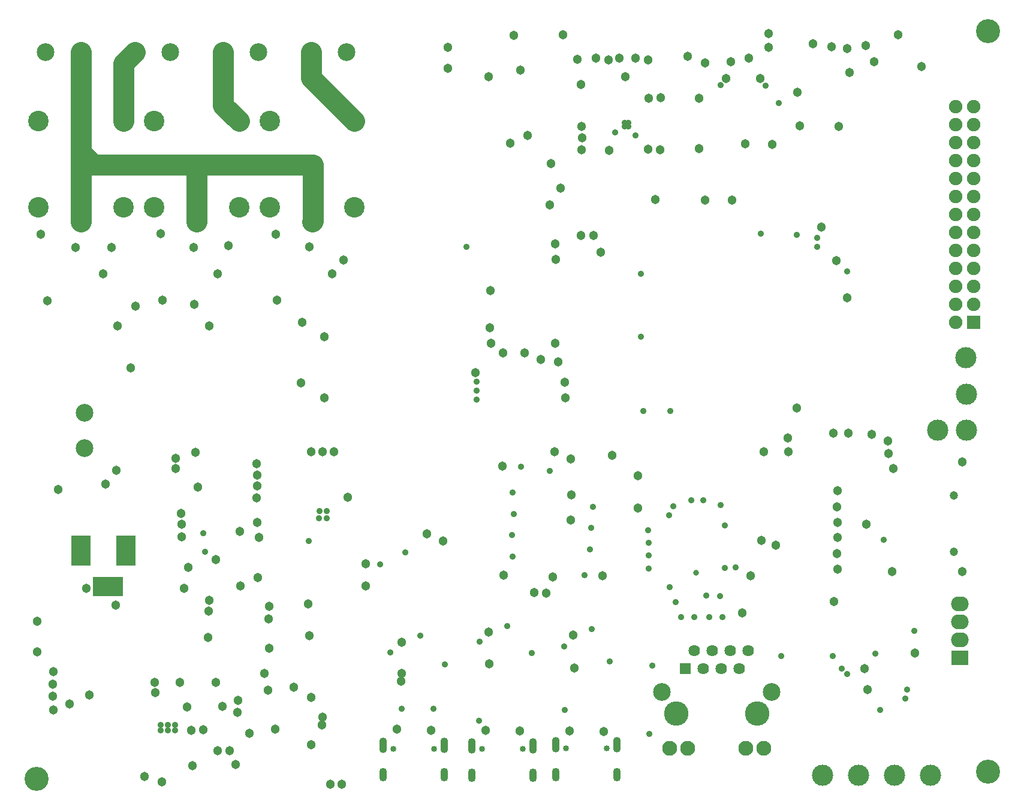
<source format=gbs>
G04*
G04 #@! TF.GenerationSoftware,Altium Limited,Altium Designer,24.10.1 (45)*
G04*
G04 Layer_Color=16711935*
%FSLAX25Y25*%
%MOIN*%
G70*
G04*
G04 #@! TF.SameCoordinates,188A72EA-56D5-4262-AEF0-458277A37510*
G04*
G04*
G04 #@! TF.FilePolarity,Negative*
G04*
G01*
G75*
%ADD135O,0.04331X0.08662*%
%ADD136O,0.04331X0.07480*%
%ADD137C,0.03359*%
%ADD138R,0.10800X0.16800*%
%ADD139R,0.16800X0.10800*%
%ADD140C,0.11800*%
%ADD141C,0.13386*%
%ADD142C,0.09849*%
%ADD143C,0.11400*%
%ADD144R,0.09800X0.08300*%
%ADD145O,0.09800X0.08300*%
%ADD146C,0.07487*%
%ADD147R,0.07487X0.07487*%
%ADD148C,0.04737*%
%ADD149C,0.13595*%
%ADD150C,0.08274*%
%ADD151C,0.06400*%
%ADD152R,0.06400X0.06400*%
%ADD153C,0.09849*%
%ADD154C,0.03556*%
%ADD155C,0.05131*%
%ADD156C,0.03162*%
%ADD157C,0.11824*%
%ADD181C,0.11811*%
D135*
X341833Y33793D02*
D03*
X307818D02*
D03*
X261157Y33403D02*
D03*
X295172D02*
D03*
X211813Y33635D02*
D03*
X245829D02*
D03*
D136*
X341833Y17336D02*
D03*
X307818D02*
D03*
X261157Y16946D02*
D03*
X295172D02*
D03*
X211813Y17177D02*
D03*
X245829D02*
D03*
D137*
X313409Y31825D02*
D03*
X336204D02*
D03*
X289543Y31435D02*
D03*
X266747D02*
D03*
X240199Y31666D02*
D03*
X217404D02*
D03*
D138*
X68666Y141786D02*
D03*
X43666D02*
D03*
D139*
X58666Y121786D02*
D03*
D140*
X535738Y249262D02*
D03*
X536000Y209000D02*
D03*
Y229000D02*
D03*
X456056Y16825D02*
D03*
X516096Y16864D02*
D03*
X496063Y16831D02*
D03*
X476056Y16825D02*
D03*
D141*
X19000Y15000D02*
D03*
X548000Y431000D02*
D03*
Y19000D02*
D03*
D142*
X73586Y419244D02*
D03*
X93271D02*
D03*
X122752D02*
D03*
X142437D02*
D03*
X23998D02*
D03*
X43683D02*
D03*
X171889D02*
D03*
X191574D02*
D03*
X45890Y218627D02*
D03*
Y198942D02*
D03*
D143*
X148643Y380818D02*
D03*
X195885Y332786D02*
D03*
X148641D02*
D03*
X172263Y324912D02*
D03*
X195883Y380817D02*
D03*
X20128Y380818D02*
D03*
X67370Y332786D02*
D03*
X20126D02*
D03*
X43748Y324912D02*
D03*
X67368Y380817D02*
D03*
X84367Y380818D02*
D03*
X131609Y332786D02*
D03*
X84365D02*
D03*
X107987Y324912D02*
D03*
X131607Y380817D02*
D03*
D144*
X532343Y82133D02*
D03*
D145*
Y92133D02*
D03*
Y102133D02*
D03*
Y112133D02*
D03*
D146*
X530000Y389000D02*
D03*
X540000D02*
D03*
X530000Y379000D02*
D03*
X540000D02*
D03*
X530000Y369000D02*
D03*
X540000D02*
D03*
X530000Y359000D02*
D03*
X540000D02*
D03*
X530000Y349000D02*
D03*
X540000D02*
D03*
X530000Y339000D02*
D03*
X540000D02*
D03*
X530000Y329000D02*
D03*
X540000D02*
D03*
X530000Y319000D02*
D03*
X540000D02*
D03*
X530000Y309000D02*
D03*
X540000D02*
D03*
X530000Y299000D02*
D03*
X540000D02*
D03*
X530000Y289000D02*
D03*
X540000D02*
D03*
X530000Y279000D02*
D03*
X540000D02*
D03*
X530000Y269000D02*
D03*
D147*
X540000D02*
D03*
D148*
X529089Y172664D02*
D03*
Y141168D02*
D03*
D149*
X419705Y51138D02*
D03*
X374745D02*
D03*
D150*
X381142Y31847D02*
D03*
X413308D02*
D03*
X423309D02*
D03*
X371143D02*
D03*
D151*
X409746Y76138D02*
D03*
X404705Y86138D02*
D03*
X389745Y76138D02*
D03*
X384705Y86138D02*
D03*
X394706D02*
D03*
X399745Y76138D02*
D03*
X414706Y86138D02*
D03*
D152*
X379746Y76138D02*
D03*
D153*
X366714Y63146D02*
D03*
X427738D02*
D03*
D154*
X399213Y116732D02*
D03*
X170472Y147244D02*
D03*
X180259Y159875D02*
D03*
X294488Y84842D02*
D03*
X222050Y54050D02*
D03*
X312887Y53113D02*
D03*
X215748Y85236D02*
D03*
X265551Y91142D02*
D03*
X265158Y47244D02*
D03*
X312402Y88700D02*
D03*
X327870Y98131D02*
D03*
X176181Y159843D02*
D03*
X176378Y163779D02*
D03*
X180512Y163976D02*
D03*
X359316Y132023D02*
D03*
X359416Y139337D02*
D03*
X359391Y146202D02*
D03*
X359221Y153181D02*
D03*
X401646Y155977D02*
D03*
X399360Y167076D02*
D03*
X370866Y161417D02*
D03*
X374305Y113085D02*
D03*
X391535Y116929D02*
D03*
X469685Y73228D02*
D03*
X466862Y76248D02*
D03*
X431724Y390916D02*
D03*
X424373Y400627D02*
D03*
X263835Y236063D02*
D03*
X263836Y231062D02*
D03*
Y226062D02*
D03*
X91984Y44961D02*
D03*
X95984D02*
D03*
Y41961D02*
D03*
X91984D02*
D03*
X87984Y44961D02*
D03*
Y41961D02*
D03*
X112662Y141157D02*
D03*
X258019Y310782D02*
D03*
X304366Y186129D02*
D03*
X399489Y401063D02*
D03*
X346000Y378000D02*
D03*
X348000D02*
D03*
Y380000D02*
D03*
X346000D02*
D03*
X352071Y373045D02*
D03*
X340707Y374620D02*
D03*
X111586Y151652D02*
D03*
X488168Y53257D02*
D03*
X239699Y54050D02*
D03*
X246115Y78690D02*
D03*
X232349Y94517D02*
D03*
X280655Y99999D02*
D03*
X337653Y80084D02*
D03*
X359849Y39849D02*
D03*
X361260Y77740D02*
D03*
X377570Y104858D02*
D03*
X384720D02*
D03*
X393000Y104910D02*
D03*
X400547Y104858D02*
D03*
X433185Y83369D02*
D03*
X461668Y83217D02*
D03*
X502011Y59414D02*
D03*
X503067Y64642D02*
D03*
X485353Y84647D02*
D03*
X507115Y97352D02*
D03*
X224000Y141000D02*
D03*
X288464Y188536D02*
D03*
X283871Y174129D02*
D03*
X284317Y162317D02*
D03*
X283507Y150507D02*
D03*
X283695Y138695D02*
D03*
X328254Y166254D02*
D03*
X327557Y154443D02*
D03*
X326667Y142632D02*
D03*
X323629Y128371D02*
D03*
X371136Y121534D02*
D03*
X372975Y166647D02*
D03*
X383000Y170000D02*
D03*
X389786Y169786D02*
D03*
X407630Y132503D02*
D03*
X401807Y132193D02*
D03*
X490139Y147861D02*
D03*
X210000Y134213D02*
D03*
X469658Y297386D02*
D03*
X371420Y219420D02*
D03*
X356419D02*
D03*
X354972Y260971D02*
D03*
Y295971D02*
D03*
X421656Y318344D02*
D03*
X441656Y317656D02*
D03*
X453147Y310853D02*
D03*
Y315853D02*
D03*
D155*
X480512Y156693D02*
D03*
X441732Y221260D02*
D03*
X463779Y303346D02*
D03*
X290355Y251968D02*
D03*
X304528Y334252D02*
D03*
X310433Y343701D02*
D03*
X304920Y357282D02*
D03*
X292126Y372835D02*
D03*
X270472Y405512D02*
D03*
X288157Y409157D02*
D03*
X57284Y178937D02*
D03*
X119618Y30641D02*
D03*
X126378Y30709D02*
D03*
X111696Y42108D02*
D03*
X188659Y11811D02*
D03*
X182480D02*
D03*
X192126Y171653D02*
D03*
X436811Y204528D02*
D03*
X423537Y197047D02*
D03*
X437120D02*
D03*
X179000Y227000D02*
D03*
X322244Y364764D02*
D03*
X337402Y364567D02*
D03*
X221850Y69291D02*
D03*
X222047Y73622D02*
D03*
X162008Y65945D02*
D03*
X147835Y64173D02*
D03*
X145669Y73425D02*
D03*
X151772Y42717D02*
D03*
X129724Y22835D02*
D03*
X88770Y13175D02*
D03*
X28346Y53347D02*
D03*
X28150Y61024D02*
D03*
X100984Y120866D02*
D03*
X142126Y126969D02*
D03*
X108661Y177362D02*
D03*
X99714Y149696D02*
D03*
X99606Y156693D02*
D03*
X103347Y132677D02*
D03*
X118681Y137036D02*
D03*
X46654Y121063D02*
D03*
X238270Y42045D02*
D03*
X219372Y42656D02*
D03*
X222028Y90767D02*
D03*
X270840Y78766D02*
D03*
X270506Y96491D02*
D03*
X287614Y41551D02*
D03*
X268716Y41760D02*
D03*
X317532Y94870D02*
D03*
X318125Y76560D02*
D03*
X334449Y41142D02*
D03*
X315354Y41732D02*
D03*
X411372Y107329D02*
D03*
X481170Y64634D02*
D03*
X479528Y76181D02*
D03*
X507312Y84871D02*
D03*
X464256Y131610D02*
D03*
X464199Y140329D02*
D03*
X464273Y149116D02*
D03*
X464266Y157584D02*
D03*
X464202Y166310D02*
D03*
X464444Y175074D02*
D03*
X492323Y202953D02*
D03*
X483456Y206702D02*
D03*
X470509Y207247D02*
D03*
X469698Y282493D02*
D03*
X484819Y413803D02*
D03*
X443307Y378346D02*
D03*
X365748Y364764D02*
D03*
X402362Y404528D02*
D03*
X405088Y413947D02*
D03*
X415000Y416000D02*
D03*
X421354Y404646D02*
D03*
X442062Y397062D02*
D03*
X428071Y367992D02*
D03*
X362961Y337174D02*
D03*
X282480Y368504D02*
D03*
X307849Y303765D02*
D03*
X332585Y307966D02*
D03*
X328740Y317126D02*
D03*
X312999Y226976D02*
D03*
X312827Y235598D02*
D03*
X278347Y251771D02*
D03*
X299410Y248229D02*
D03*
X263158Y241062D02*
D03*
X309233Y247011D02*
D03*
X353515Y165579D02*
D03*
X353535Y183670D02*
D03*
X315928Y158841D02*
D03*
X316331Y172827D02*
D03*
X316086Y192858D02*
D03*
X306102Y127362D02*
D03*
X244951Y147313D02*
D03*
X202119Y122395D02*
D03*
X183572Y295974D02*
D03*
X170646Y311000D02*
D03*
X152034Y317782D02*
D03*
X119793Y295974D02*
D03*
X106251Y310582D02*
D03*
X88103Y318221D02*
D03*
X60872Y310469D02*
D03*
X40748Y310630D02*
D03*
X21405Y317965D02*
D03*
X56192Y295974D02*
D03*
X184252Y196850D02*
D03*
X171850D02*
D03*
X177953D02*
D03*
X148507Y87507D02*
D03*
X177756Y44882D02*
D03*
X177953Y49213D02*
D03*
X171749Y60330D02*
D03*
X171765Y34055D02*
D03*
X131008Y58466D02*
D03*
X130820Y51772D02*
D03*
X118591Y68607D02*
D03*
X122326Y55148D02*
D03*
X137418Y40119D02*
D03*
X148228Y103937D02*
D03*
X148425Y111024D02*
D03*
X114961Y114173D02*
D03*
X114764Y108268D02*
D03*
X114426Y93574D02*
D03*
X71295Y243450D02*
D03*
X105003Y42011D02*
D03*
X28156Y67710D02*
D03*
X78913Y16362D02*
D03*
X37379Y56566D02*
D03*
X28261Y74684D02*
D03*
X48363Y61582D02*
D03*
X105648Y22297D02*
D03*
X85236Y62992D02*
D03*
X84627Y68470D02*
D03*
X19324Y85663D02*
D03*
X63189Y111417D02*
D03*
X98819Y68701D02*
D03*
X102861Y54838D02*
D03*
X19324Y102448D02*
D03*
X96260Y187598D02*
D03*
X96457Y193109D02*
D03*
X107283Y196721D02*
D03*
X99410Y162598D02*
D03*
X141822Y183768D02*
D03*
X141339Y190354D02*
D03*
X132160Y152597D02*
D03*
X63386Y186417D02*
D03*
X132283Y122244D02*
D03*
X352000Y416000D02*
D03*
X359000Y415000D02*
D03*
X330000Y416000D02*
D03*
X189590Y303590D02*
D03*
X381000Y417000D02*
D03*
X115000Y267000D02*
D03*
X106811Y278811D02*
D03*
X64000Y267000D02*
D03*
X74000Y278000D02*
D03*
X166189Y235189D02*
D03*
X179000Y261000D02*
D03*
X166811Y268811D02*
D03*
X343015Y415846D02*
D03*
X337000Y415000D02*
D03*
X450884Y423884D02*
D03*
X202119Y134699D02*
D03*
X390745Y336745D02*
D03*
X405662D02*
D03*
X390799Y413201D02*
D03*
X413122Y368122D02*
D03*
X387524Y393476D02*
D03*
X366176Y393906D02*
D03*
X359483Y393483D02*
D03*
X387324Y365676D02*
D03*
X359187Y365187D02*
D03*
X322475Y371475D02*
D03*
X322027Y378027D02*
D03*
X346482Y405482D02*
D03*
X321612Y401388D02*
D03*
X141896Y177896D02*
D03*
X141277Y171277D02*
D03*
X141715Y157715D02*
D03*
X142689Y149311D02*
D03*
X169997Y112137D02*
D03*
X170598Y94536D02*
D03*
X125840Y311697D02*
D03*
X31082Y175918D02*
D03*
X462273Y113727D02*
D03*
X236118Y151118D02*
D03*
X302395Y118101D02*
D03*
X295589Y118411D02*
D03*
X278846Y128180D02*
D03*
X278228Y188772D02*
D03*
X307031Y197000D02*
D03*
X339000Y195000D02*
D03*
X333865Y127865D02*
D03*
X415925Y127925D02*
D03*
X422000Y147551D02*
D03*
X430000Y145000D02*
D03*
X462104Y207104D02*
D03*
X492821Y195821D02*
D03*
X533856Y130144D02*
D03*
X494856Y130145D02*
D03*
X495375Y187625D02*
D03*
X533832Y191168D02*
D03*
X455297Y321916D02*
D03*
X465000Y378000D02*
D03*
X470930Y407930D02*
D03*
X511095Y411095D02*
D03*
X498000Y429000D02*
D03*
X480000Y423000D02*
D03*
X469858Y421142D02*
D03*
X460923Y422077D02*
D03*
X426000Y422000D02*
D03*
Y429548D02*
D03*
X307309Y257309D02*
D03*
X271691Y257309D02*
D03*
X270970Y265970D02*
D03*
X271557Y286443D02*
D03*
X307427Y312427D02*
D03*
X321850Y317295D02*
D03*
X319884Y415116D02*
D03*
X311834Y428834D02*
D03*
X284459Y428541D02*
D03*
X247708Y410292D02*
D03*
X247906Y421907D02*
D03*
X152636Y281364D02*
D03*
X89134Y281134D02*
D03*
X25000Y281000D02*
D03*
D156*
X385826Y129573D02*
D03*
D157*
X520195Y208790D02*
D03*
D181*
X171889Y404811D02*
X195883Y380817D01*
X171889Y404811D02*
Y419244D01*
X122752Y389672D02*
Y419244D01*
Y389672D02*
X131607Y380817D01*
X67368D02*
Y413027D01*
X73586Y419244D01*
X43748Y363367D02*
X50601Y356514D01*
X43748Y324912D02*
Y363367D01*
X43683Y363433D02*
X43748Y363367D01*
X107087Y356514D02*
X172619D01*
X50601D02*
X107087D01*
X107987Y324912D02*
Y355614D01*
X107087Y356514D02*
X107987Y355614D01*
X172263Y324912D02*
X172619Y325269D01*
Y356514D01*
X43683Y363433D02*
Y419244D01*
X43748Y419178D01*
M02*

</source>
